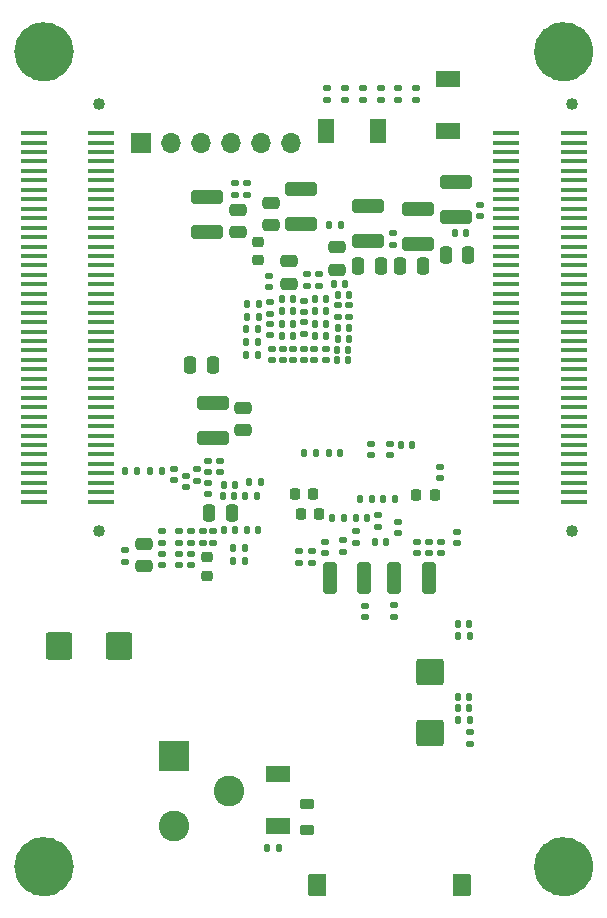
<source format=gbr>
%TF.GenerationSoftware,KiCad,Pcbnew,(6.0.0)*%
%TF.CreationDate,2022-04-21T06:05:04-07:00*%
%TF.ProjectId,ecp5u85-bse-usb,65637035-7538-4352-9d62-73652d757362,A*%
%TF.SameCoordinates,Original*%
%TF.FileFunction,Soldermask,Bot*%
%TF.FilePolarity,Negative*%
%FSLAX46Y46*%
G04 Gerber Fmt 4.6, Leading zero omitted, Abs format (unit mm)*
G04 Created by KiCad (PCBNEW (6.0.0)) date 2022-04-21 06:05:04*
%MOMM*%
%LPD*%
G01*
G04 APERTURE LIST*
G04 Aperture macros list*
%AMRoundRect*
0 Rectangle with rounded corners*
0 $1 Rounding radius*
0 $2 $3 $4 $5 $6 $7 $8 $9 X,Y pos of 4 corners*
0 Add a 4 corners polygon primitive as box body*
4,1,4,$2,$3,$4,$5,$6,$7,$8,$9,$2,$3,0*
0 Add four circle primitives for the rounded corners*
1,1,$1+$1,$2,$3*
1,1,$1+$1,$4,$5*
1,1,$1+$1,$6,$7*
1,1,$1+$1,$8,$9*
0 Add four rect primitives between the rounded corners*
20,1,$1+$1,$2,$3,$4,$5,0*
20,1,$1+$1,$4,$5,$6,$7,0*
20,1,$1+$1,$6,$7,$8,$9,0*
20,1,$1+$1,$8,$9,$2,$3,0*%
%AMFreePoly0*
4,1,15,-0.770000,0.650000,-0.761954,0.719015,-0.717534,0.819490,-0.639922,0.897238,-0.539524,0.941833,-0.470000,0.950000,0.770000,0.950000,0.770000,-0.950000,-0.470000,-0.950000,-0.539015,-0.941954,-0.639490,-0.897534,-0.717238,-0.819922,-0.761833,-0.719524,-0.770000,-0.650000,-0.770000,0.650000,-0.770000,0.650000,$1*%
%AMFreePoly1*
4,1,15,-0.770000,0.950000,0.470000,0.950000,0.539015,0.941954,0.639490,0.897534,0.717238,0.819922,0.761833,0.719524,0.770000,0.650000,0.770000,-0.650000,0.761954,-0.719015,0.717534,-0.819490,0.639922,-0.897238,0.539524,-0.941833,0.470000,-0.950000,-0.770000,-0.950000,-0.770000,0.950000,-0.770000,0.950000,$1*%
G04 Aperture macros list end*
%ADD10C,2.500000*%
%ADD11FreePoly0,0.000000*%
%ADD12FreePoly1,0.000000*%
%ADD13R,1.700000X1.700000*%
%ADD14O,1.700000X1.700000*%
%ADD15R,2.600000X2.600000*%
%ADD16C,2.600000*%
%ADD17RoundRect,0.135000X-0.135000X-0.185000X0.135000X-0.185000X0.135000X0.185000X-0.135000X0.185000X0*%
%ADD18RoundRect,0.140000X0.140000X0.170000X-0.140000X0.170000X-0.140000X-0.170000X0.140000X-0.170000X0*%
%ADD19RoundRect,0.140000X0.170000X-0.140000X0.170000X0.140000X-0.170000X0.140000X-0.170000X-0.140000X0*%
%ADD20RoundRect,0.135000X0.185000X-0.135000X0.185000X0.135000X-0.185000X0.135000X-0.185000X-0.135000X0*%
%ADD21RoundRect,0.135000X0.135000X0.185000X-0.135000X0.185000X-0.135000X-0.185000X0.135000X-0.185000X0*%
%ADD22RoundRect,0.250000X0.475000X-0.250000X0.475000X0.250000X-0.475000X0.250000X-0.475000X-0.250000X0*%
%ADD23RoundRect,0.140000X-0.170000X0.140000X-0.170000X-0.140000X0.170000X-0.140000X0.170000X0.140000X0*%
%ADD24RoundRect,0.135000X-0.185000X0.135000X-0.185000X-0.135000X0.185000X-0.135000X0.185000X0.135000X0*%
%ADD25C,1.020000*%
%ADD26R,2.273000X0.410000*%
%ADD27RoundRect,0.225000X0.225000X0.250000X-0.225000X0.250000X-0.225000X-0.250000X0.225000X-0.250000X0*%
%ADD28RoundRect,0.250000X0.325000X1.100000X-0.325000X1.100000X-0.325000X-1.100000X0.325000X-1.100000X0*%
%ADD29RoundRect,0.250000X-0.475000X0.250000X-0.475000X-0.250000X0.475000X-0.250000X0.475000X0.250000X0*%
%ADD30RoundRect,0.140000X-0.140000X-0.170000X0.140000X-0.170000X0.140000X0.170000X-0.140000X0.170000X0*%
%ADD31RoundRect,0.147500X0.172500X-0.147500X0.172500X0.147500X-0.172500X0.147500X-0.172500X-0.147500X0*%
%ADD32RoundRect,0.225000X0.250000X-0.225000X0.250000X0.225000X-0.250000X0.225000X-0.250000X-0.225000X0*%
%ADD33RoundRect,0.250000X-0.250000X-0.475000X0.250000X-0.475000X0.250000X0.475000X-0.250000X0.475000X0*%
%ADD34RoundRect,0.147500X-0.172500X0.147500X-0.172500X-0.147500X0.172500X-0.147500X0.172500X0.147500X0*%
%ADD35R,2.100000X1.400000*%
%ADD36RoundRect,0.225000X-0.250000X0.225000X-0.250000X-0.225000X0.250000X-0.225000X0.250000X0.225000X0*%
%ADD37RoundRect,0.250000X-0.325000X-1.100000X0.325000X-1.100000X0.325000X1.100000X-0.325000X1.100000X0*%
%ADD38RoundRect,0.250000X1.100000X-0.325000X1.100000X0.325000X-1.100000X0.325000X-1.100000X-0.325000X0*%
%ADD39RoundRect,0.218750X0.381250X-0.218750X0.381250X0.218750X-0.381250X0.218750X-0.381250X-0.218750X0*%
%ADD40RoundRect,0.225000X-0.225000X-0.250000X0.225000X-0.250000X0.225000X0.250000X-0.225000X0.250000X0*%
%ADD41RoundRect,0.250000X-0.925000X0.875000X-0.925000X-0.875000X0.925000X-0.875000X0.925000X0.875000X0*%
%ADD42RoundRect,0.250000X-0.875000X-0.925000X0.875000X-0.925000X0.875000X0.925000X-0.875000X0.925000X0*%
%ADD43RoundRect,0.250000X0.250000X0.475000X-0.250000X0.475000X-0.250000X-0.475000X0.250000X-0.475000X0*%
%ADD44RoundRect,0.250000X-1.100000X0.325000X-1.100000X-0.325000X1.100000X-0.325000X1.100000X0.325000X0*%
%ADD45R,1.400000X2.100000*%
G04 APERTURE END LIST*
D10*
X229242841Y-54683000D02*
G75*
G03*
X229242841Y-54683000I-1250000J0D01*
G01*
X185242841Y-54685538D02*
G75*
G03*
X185242841Y-54685538I-1250000J0D01*
G01*
X185242841Y-123683000D02*
G75*
G03*
X185242841Y-123683000I-1250000J0D01*
G01*
X229242841Y-123683000D02*
G75*
G03*
X229242841Y-123683000I-1250000J0D01*
G01*
D11*
%TO.C,J4*%
X207140341Y-125233000D03*
D12*
X219415341Y-125233000D03*
%TD*%
D13*
%TO.C,J3*%
X192242841Y-62458000D03*
D14*
X194782841Y-62458000D03*
X197322841Y-62458000D03*
X199862841Y-62458000D03*
X202402841Y-62458000D03*
X204942841Y-62458000D03*
%TD*%
D15*
%TO.C,J5*%
X194992841Y-114283000D03*
D16*
X194992841Y-120283000D03*
X199692841Y-117283000D03*
%TD*%
D17*
%TO.C,R29*%
X199982841Y-97769015D03*
X201002841Y-97769015D03*
%TD*%
D18*
%TO.C,C12*%
X211372841Y-94133000D03*
X210412841Y-94133000D03*
%TD*%
D19*
%TO.C,C43*%
X194022841Y-96253000D03*
X194022841Y-95293000D03*
%TD*%
%TO.C,C111*%
X206292841Y-74488000D03*
X206292841Y-73528000D03*
%TD*%
D20*
%TO.C,R13*%
X209492841Y-58793000D03*
X209492841Y-57773000D03*
%TD*%
D21*
%TO.C,R8*%
X203902841Y-122083000D03*
X202882841Y-122083000D03*
%TD*%
D19*
%TO.C,C107*%
X205092841Y-80788000D03*
X205092841Y-79828000D03*
%TD*%
D18*
%TO.C,C96*%
X202072841Y-79303000D03*
X201112841Y-79303000D03*
%TD*%
%TO.C,C131*%
X219992841Y-110283000D03*
X219032841Y-110283000D03*
%TD*%
D19*
%TO.C,C17*%
X211642841Y-88863000D03*
X211642841Y-87903000D03*
%TD*%
D22*
%TO.C,C110*%
X208792841Y-73133000D03*
X208792841Y-71233000D03*
%TD*%
D23*
%TO.C,C54*%
X195992841Y-90573000D03*
X195992841Y-91533000D03*
%TD*%
D19*
%TO.C,C101*%
X203092841Y-76863000D03*
X203092841Y-75903000D03*
%TD*%
D24*
%TO.C,R45*%
X201192841Y-65813000D03*
X201192841Y-66833000D03*
%TD*%
D18*
%TO.C,C100*%
X202172841Y-76083000D03*
X201212841Y-76083000D03*
%TD*%
D20*
%TO.C,R24*%
X210392841Y-96293000D03*
X210392841Y-95273000D03*
%TD*%
D18*
%TO.C,C36*%
X200102841Y-92273000D03*
X199142841Y-92273000D03*
%TD*%
D19*
%TO.C,C47*%
X195422841Y-96253000D03*
X195422841Y-95293000D03*
%TD*%
D25*
%TO.C,J2*%
X228662841Y-59118000D03*
X228662841Y-95248000D03*
D26*
X223129341Y-92783000D03*
X228856341Y-92783000D03*
X223129341Y-91983000D03*
X228856341Y-91983000D03*
X223129341Y-91183000D03*
X228856341Y-91183000D03*
X223129341Y-90383000D03*
X228856341Y-90383000D03*
X223129341Y-89583000D03*
X228856341Y-89583000D03*
X223129341Y-88783000D03*
X228856341Y-88783000D03*
X223129341Y-87983000D03*
X228856341Y-87983000D03*
X223129341Y-87183000D03*
X228856341Y-87183000D03*
X223129341Y-86383000D03*
X228856341Y-86383000D03*
X223129341Y-85583000D03*
X228856341Y-85583000D03*
X223129341Y-84783000D03*
X228856341Y-84783000D03*
X223129341Y-83983000D03*
X228856341Y-83983000D03*
X223129341Y-83183000D03*
X228856341Y-83183000D03*
X223129341Y-82383000D03*
X228856341Y-82383000D03*
X223129341Y-81583000D03*
X228856341Y-81583000D03*
X223129341Y-80783000D03*
X228856341Y-80783000D03*
X223129341Y-79983000D03*
X228856341Y-79983000D03*
X223129341Y-79183000D03*
X228856341Y-79183000D03*
X223129341Y-78383000D03*
X228856341Y-78383000D03*
X223129341Y-77583000D03*
X228856341Y-77583000D03*
X223129341Y-76783000D03*
X228856341Y-76783000D03*
X223129341Y-75983000D03*
X228856341Y-75983000D03*
X223129341Y-75183000D03*
X228856341Y-75183000D03*
X223129341Y-74383000D03*
X228856341Y-74383000D03*
X223129341Y-73583000D03*
X228856341Y-73583000D03*
X223129341Y-72783000D03*
X228856341Y-72783000D03*
X223129341Y-71983000D03*
X228856341Y-71983000D03*
X223129341Y-71183000D03*
X228856341Y-71183000D03*
X223129341Y-70383000D03*
X228856341Y-70383000D03*
X223129341Y-69583000D03*
X228856341Y-69583000D03*
X223129341Y-68783000D03*
X228856341Y-68783000D03*
X223129341Y-67983000D03*
X228856341Y-67983000D03*
X223129341Y-67183000D03*
X228856341Y-67183000D03*
X223129341Y-66383000D03*
X228856341Y-66383000D03*
X223129341Y-65583000D03*
X228856341Y-65583000D03*
X223129341Y-64783000D03*
X228856341Y-64783000D03*
X223129341Y-63983000D03*
X228856341Y-63983000D03*
X223129341Y-63183000D03*
X228856341Y-63183000D03*
X223129341Y-62383000D03*
X228856341Y-62383000D03*
X223129341Y-61583000D03*
X228856341Y-61583000D03*
%TD*%
D20*
%TO.C,R9*%
X213992841Y-58793000D03*
X213992841Y-57773000D03*
%TD*%
D27*
%TO.C,C30*%
X207267841Y-93833000D03*
X205717841Y-93833000D03*
%TD*%
D20*
%TO.C,R12*%
X210992841Y-58793000D03*
X210992841Y-57773000D03*
%TD*%
D28*
%TO.C,C7*%
X211117841Y-99283000D03*
X208167841Y-99283000D03*
%TD*%
D19*
%TO.C,C49*%
X196422841Y-96253000D03*
X196422841Y-95293000D03*
%TD*%
D29*
%TO.C,C41*%
X192492841Y-96333000D03*
X192492841Y-98233000D03*
%TD*%
D18*
%TO.C,C80*%
X207872841Y-75583000D03*
X206912841Y-75583000D03*
%TD*%
D23*
%TO.C,C35*%
X197892841Y-91173000D03*
X197892841Y-92133000D03*
%TD*%
%TO.C,C21*%
X218992841Y-95353000D03*
X218992841Y-96313000D03*
%TD*%
%TO.C,C15*%
X209342841Y-96053000D03*
X209342841Y-97013000D03*
%TD*%
D19*
%TO.C,C39*%
X198322841Y-96253000D03*
X198322841Y-95293000D03*
%TD*%
%TO.C,C112*%
X207292841Y-74488000D03*
X207292841Y-73528000D03*
%TD*%
D23*
%TO.C,C31*%
X212292841Y-93953000D03*
X212292841Y-94913000D03*
%TD*%
D19*
%TO.C,C65*%
X207842841Y-80793000D03*
X207842841Y-79833000D03*
%TD*%
D18*
%TO.C,C99*%
X202172841Y-77183000D03*
X201212841Y-77183000D03*
%TD*%
D23*
%TO.C,C53*%
X198872841Y-89343000D03*
X198872841Y-90303000D03*
%TD*%
D18*
%TO.C,C115*%
X209802841Y-75293000D03*
X208842841Y-75293000D03*
%TD*%
%TO.C,C72*%
X209842841Y-79033000D03*
X208882841Y-79033000D03*
%TD*%
%TO.C,C77*%
X207872841Y-77716332D03*
X206912841Y-77716332D03*
%TD*%
D30*
%TO.C,C69*%
X208762841Y-79903000D03*
X209722841Y-79903000D03*
%TD*%
D20*
%TO.C,R47*%
X213522841Y-71053000D03*
X213522841Y-70033000D03*
%TD*%
D30*
%TO.C,C42*%
X201142841Y-95173000D03*
X202102841Y-95173000D03*
%TD*%
D31*
%TO.C,L1*%
X211142841Y-102568000D03*
X211142841Y-101598000D03*
%TD*%
D32*
%TO.C,C88*%
X202122841Y-72358000D03*
X202122841Y-70808000D03*
%TD*%
D18*
%TO.C,C89*%
X209722841Y-80823000D03*
X208762841Y-80823000D03*
%TD*%
%TO.C,C95*%
X202072841Y-78183000D03*
X201112841Y-78183000D03*
%TD*%
D33*
%TO.C,C114*%
X210602841Y-72863000D03*
X212502841Y-72863000D03*
%TD*%
D30*
%TO.C,C3*%
X218782841Y-70023000D03*
X219742841Y-70023000D03*
%TD*%
D34*
%TO.C,L2*%
X213642841Y-101548000D03*
X213642841Y-102518000D03*
%TD*%
D23*
%TO.C,C55*%
X195032841Y-90023000D03*
X195032841Y-90983000D03*
%TD*%
%TO.C,C13*%
X213992841Y-94503000D03*
X213992841Y-95463000D03*
%TD*%
D18*
%TO.C,C129*%
X219992841Y-103173000D03*
X219032841Y-103173000D03*
%TD*%
D35*
%TO.C,D10*%
X203792841Y-115883000D03*
X203792841Y-120283000D03*
%TD*%
D29*
%TO.C,C106*%
X200862841Y-84813000D03*
X200862841Y-86713000D03*
%TD*%
D23*
%TO.C,C116*%
X208872841Y-76173000D03*
X208872841Y-77133000D03*
%TD*%
D36*
%TO.C,C40*%
X197822841Y-97498000D03*
X197822841Y-99048000D03*
%TD*%
D19*
%TO.C,C67*%
X206892841Y-80788000D03*
X206892841Y-79828000D03*
%TD*%
D18*
%TO.C,C45*%
X200202841Y-95173000D03*
X199242841Y-95173000D03*
%TD*%
D23*
%TO.C,C78*%
X206012841Y-75803000D03*
X206012841Y-76763000D03*
%TD*%
D18*
%TO.C,C92*%
X202072841Y-80383000D03*
X201112841Y-80383000D03*
%TD*%
D37*
%TO.C,C8*%
X213617841Y-99283000D03*
X216567841Y-99283000D03*
%TD*%
D18*
%TO.C,C27*%
X215172841Y-87983000D03*
X214212841Y-87983000D03*
%TD*%
D30*
%TO.C,C83*%
X204112841Y-78783000D03*
X205072841Y-78783000D03*
%TD*%
D21*
%TO.C,R28*%
X201002841Y-96673000D03*
X199982841Y-96673000D03*
%TD*%
D18*
%TO.C,C29*%
X209372841Y-94133000D03*
X208412841Y-94133000D03*
%TD*%
D38*
%TO.C,C97*%
X197802841Y-69948000D03*
X197802841Y-66998000D03*
%TD*%
D30*
%TO.C,C82*%
X204112841Y-75583000D03*
X205072841Y-75583000D03*
%TD*%
D21*
%TO.C,R27*%
X211802841Y-92583000D03*
X210782841Y-92583000D03*
%TD*%
D23*
%TO.C,C52*%
X197892841Y-89303000D03*
X197892841Y-90263000D03*
%TD*%
D38*
%TO.C,C63*%
X218842841Y-68658000D03*
X218842841Y-65708000D03*
%TD*%
D22*
%TO.C,C98*%
X200402841Y-69983000D03*
X200402841Y-68083000D03*
%TD*%
D18*
%TO.C,C84*%
X207872841Y-78783000D03*
X206912841Y-78783000D03*
%TD*%
D17*
%TO.C,R48*%
X208112841Y-69373000D03*
X209132841Y-69373000D03*
%TD*%
D18*
%TO.C,C57*%
X200152841Y-91363000D03*
X199192841Y-91363000D03*
%TD*%
D38*
%TO.C,C73*%
X205792841Y-69258000D03*
X205792841Y-66308000D03*
%TD*%
D39*
%TO.C,L4*%
X206292841Y-120545500D03*
X206292841Y-118420500D03*
%TD*%
D18*
%TO.C,C91*%
X209472841Y-74333000D03*
X208512841Y-74333000D03*
%TD*%
D30*
%TO.C,C32*%
X192982841Y-90173000D03*
X193942841Y-90173000D03*
%TD*%
D23*
%TO.C,C34*%
X196912841Y-90053000D03*
X196912841Y-91013000D03*
%TD*%
D19*
%TO.C,C38*%
X197422841Y-96253000D03*
X197422841Y-95293000D03*
%TD*%
D30*
%TO.C,C79*%
X204112841Y-76649666D03*
X205072841Y-76649666D03*
%TD*%
D23*
%TO.C,C9*%
X216592841Y-96193000D03*
X216592841Y-97153000D03*
%TD*%
D20*
%TO.C,R10*%
X215492841Y-58793000D03*
X215492841Y-57773000D03*
%TD*%
D21*
%TO.C,R49*%
X220042841Y-104163000D03*
X219022841Y-104163000D03*
%TD*%
D18*
%TO.C,C128*%
X219992841Y-109283000D03*
X219032841Y-109283000D03*
%TD*%
%TO.C,C20*%
X212972841Y-96183000D03*
X212012841Y-96183000D03*
%TD*%
D24*
%TO.C,R46*%
X200122841Y-65803000D03*
X200122841Y-66823000D03*
%TD*%
D40*
%TO.C,C19*%
X215517841Y-92253000D03*
X217067841Y-92253000D03*
%TD*%
D19*
%TO.C,C2*%
X220942841Y-68593000D03*
X220942841Y-67633000D03*
%TD*%
D41*
%TO.C,C71*%
X216692841Y-107233000D03*
X216692841Y-112333000D03*
%TD*%
D23*
%TO.C,C44*%
X196422841Y-97193000D03*
X196422841Y-98153000D03*
%TD*%
%TO.C,C90*%
X203002841Y-73663000D03*
X203002841Y-74623000D03*
%TD*%
D30*
%TO.C,C37*%
X201042841Y-92273000D03*
X202002841Y-92273000D03*
%TD*%
D18*
%TO.C,C33*%
X191842841Y-90163000D03*
X190882841Y-90163000D03*
%TD*%
D42*
%TO.C,C102*%
X185242841Y-104983000D03*
X190342841Y-104983000D03*
%TD*%
D23*
%TO.C,C48*%
X194022841Y-97193000D03*
X194022841Y-98153000D03*
%TD*%
D19*
%TO.C,C26*%
X213292841Y-88863000D03*
X213292841Y-87903000D03*
%TD*%
D31*
%TO.C,L3*%
X190892841Y-97868000D03*
X190892841Y-96898000D03*
%TD*%
D23*
%TO.C,C25*%
X215592841Y-96193000D03*
X215592841Y-97153000D03*
%TD*%
D19*
%TO.C,C94*%
X203092841Y-78663000D03*
X203092841Y-77703000D03*
%TD*%
D33*
%TO.C,C87*%
X214142841Y-72793000D03*
X216042841Y-72793000D03*
%TD*%
D20*
%TO.C,R23*%
X206642841Y-97943000D03*
X206642841Y-96923000D03*
%TD*%
D19*
%TO.C,C66*%
X205992841Y-80788000D03*
X205992841Y-79828000D03*
%TD*%
D43*
%TO.C,C93*%
X198272841Y-81223000D03*
X196372841Y-81223000D03*
%TD*%
D18*
%TO.C,C81*%
X207872841Y-76649666D03*
X206912841Y-76649666D03*
%TD*%
D19*
%TO.C,C109*%
X204192841Y-80788000D03*
X204192841Y-79828000D03*
%TD*%
D23*
%TO.C,C46*%
X195422841Y-97193000D03*
X195422841Y-98153000D03*
%TD*%
D18*
%TO.C,C11*%
X206980681Y-88683000D03*
X206020681Y-88683000D03*
%TD*%
D19*
%TO.C,C108*%
X203292841Y-80788000D03*
X203292841Y-79828000D03*
%TD*%
D23*
%TO.C,C14*%
X207792841Y-96173000D03*
X207792841Y-97133000D03*
%TD*%
D38*
%TO.C,C86*%
X215622841Y-70928000D03*
X215622841Y-67978000D03*
%TD*%
D19*
%TO.C,C76*%
X206022841Y-78563000D03*
X206022841Y-77603000D03*
%TD*%
D44*
%TO.C,C105*%
X198272841Y-84408000D03*
X198272841Y-87358000D03*
%TD*%
D30*
%TO.C,C85*%
X204112841Y-77716332D03*
X205072841Y-77716332D03*
%TD*%
D24*
%TO.C,R25*%
X205592841Y-96923000D03*
X205592841Y-97943000D03*
%TD*%
D22*
%TO.C,C75*%
X204742841Y-74333000D03*
X204742841Y-72433000D03*
%TD*%
D38*
%TO.C,C113*%
X211392841Y-70688000D03*
X211392841Y-67738000D03*
%TD*%
D33*
%TO.C,C64*%
X218022841Y-71933000D03*
X219922841Y-71933000D03*
%TD*%
D25*
%TO.C,J1*%
X188662841Y-59118000D03*
X188662841Y-95248000D03*
D26*
X183129341Y-92783000D03*
X188856341Y-92783000D03*
X183129341Y-91983000D03*
X188856341Y-91983000D03*
X183129341Y-91183000D03*
X188856341Y-91183000D03*
X183129341Y-90383000D03*
X188856341Y-90383000D03*
X183129341Y-89583000D03*
X188856341Y-89583000D03*
X183129341Y-88783000D03*
X188856341Y-88783000D03*
X183129341Y-87983000D03*
X188856341Y-87983000D03*
X183129341Y-87183000D03*
X188856341Y-87183000D03*
X183129341Y-86383000D03*
X188856341Y-86383000D03*
X183129341Y-85583000D03*
X188856341Y-85583000D03*
X183129341Y-84783000D03*
X188856341Y-84783000D03*
X183129341Y-83983000D03*
X188856341Y-83983000D03*
X183129341Y-83183000D03*
X188856341Y-83183000D03*
X183129341Y-82383000D03*
X188856341Y-82383000D03*
X183129341Y-81583000D03*
X188856341Y-81583000D03*
X183129341Y-80783000D03*
X188856341Y-80783000D03*
X183129341Y-79983000D03*
X188856341Y-79983000D03*
X183129341Y-79183000D03*
X188856341Y-79183000D03*
X183129341Y-78383000D03*
X188856341Y-78383000D03*
X183129341Y-77583000D03*
X188856341Y-77583000D03*
X183129341Y-76783000D03*
X188856341Y-76783000D03*
X183129341Y-75983000D03*
X188856341Y-75983000D03*
X183129341Y-75183000D03*
X188856341Y-75183000D03*
X183129341Y-74383000D03*
X188856341Y-74383000D03*
X183129341Y-73583000D03*
X188856341Y-73583000D03*
X183129341Y-72783000D03*
X188856341Y-72783000D03*
X183129341Y-71983000D03*
X188856341Y-71983000D03*
X183129341Y-71183000D03*
X188856341Y-71183000D03*
X183129341Y-70383000D03*
X188856341Y-70383000D03*
X183129341Y-69583000D03*
X188856341Y-69583000D03*
X183129341Y-68783000D03*
X188856341Y-68783000D03*
X183129341Y-67983000D03*
X188856341Y-67983000D03*
X183129341Y-67183000D03*
X188856341Y-67183000D03*
X183129341Y-66383000D03*
X188856341Y-66383000D03*
X183129341Y-65583000D03*
X188856341Y-65583000D03*
X183129341Y-64783000D03*
X188856341Y-64783000D03*
X183129341Y-63983000D03*
X188856341Y-63983000D03*
X183129341Y-63183000D03*
X188856341Y-63183000D03*
X183129341Y-62383000D03*
X188856341Y-62383000D03*
X183129341Y-61583000D03*
X188856341Y-61583000D03*
%TD*%
D23*
%TO.C,C24*%
X217592841Y-96193000D03*
X217592841Y-97153000D03*
%TD*%
D18*
%TO.C,C10*%
X209072841Y-88683000D03*
X208112841Y-88683000D03*
%TD*%
D19*
%TO.C,C118*%
X220092841Y-113263000D03*
X220092841Y-112303000D03*
%TD*%
D21*
%TO.C,R42*%
X220042841Y-111283000D03*
X219022841Y-111283000D03*
%TD*%
D23*
%TO.C,C117*%
X209822841Y-76153000D03*
X209822841Y-77113000D03*
%TD*%
D22*
%TO.C,C74*%
X203217841Y-69383000D03*
X203217841Y-67483000D03*
%TD*%
D20*
%TO.C,R11*%
X212492841Y-58793000D03*
X212492841Y-57773000D03*
%TD*%
D17*
%TO.C,R26*%
X212682841Y-92583000D03*
X213702841Y-92583000D03*
%TD*%
D20*
%TO.C,R14*%
X207992841Y-58793000D03*
X207992841Y-57773000D03*
%TD*%
D18*
%TO.C,C70*%
X209842841Y-78073000D03*
X208882841Y-78073000D03*
%TD*%
D45*
%TO.C,D8*%
X212232841Y-61443000D03*
X207832841Y-61443000D03*
%TD*%
D43*
%TO.C,C51*%
X199892841Y-93713000D03*
X197992841Y-93713000D03*
%TD*%
D23*
%TO.C,C16*%
X217552841Y-89853000D03*
X217552841Y-90813000D03*
%TD*%
D27*
%TO.C,C18*%
X206767841Y-92133000D03*
X205217841Y-92133000D03*
%TD*%
D35*
%TO.C,D9*%
X218200000Y-56975000D03*
X218200000Y-61375000D03*
%TD*%
D30*
%TO.C,C56*%
X201382841Y-91113000D03*
X202342841Y-91113000D03*
%TD*%
M02*

</source>
